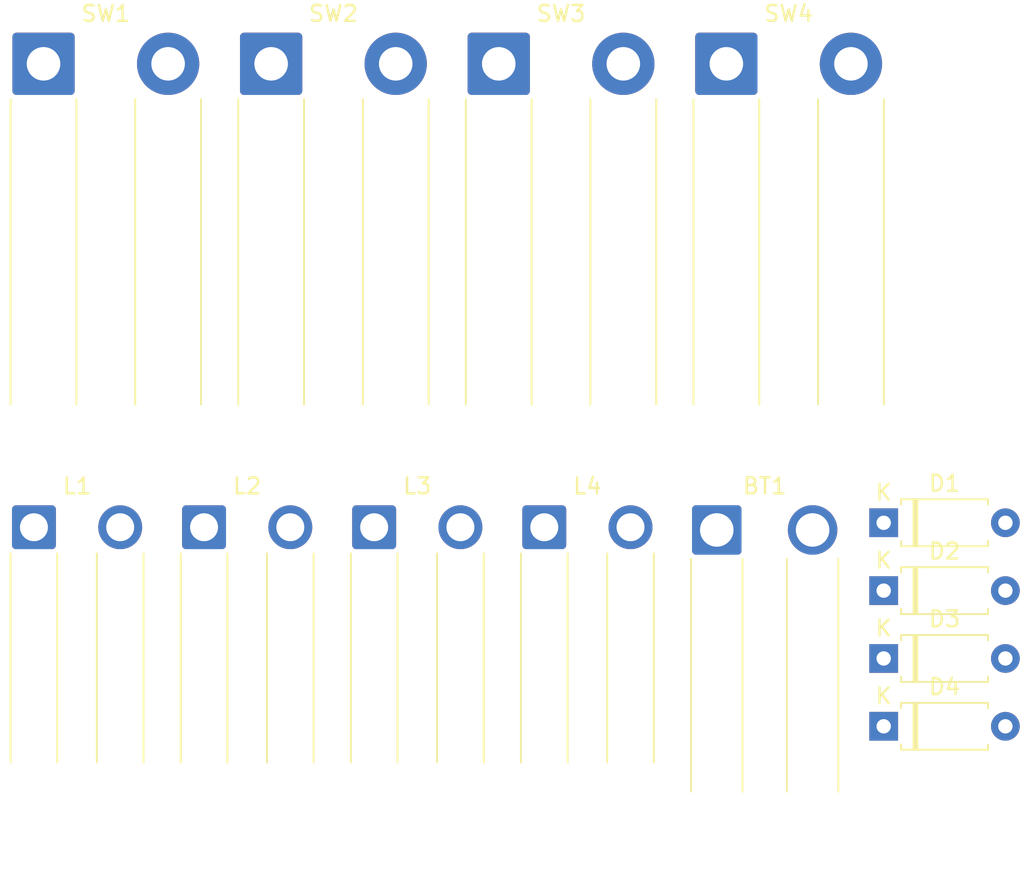
<source format=kicad_pcb>
(kicad_pcb (version 20221018) (generator pcbnew)
  (layers (0 "F.Cu" signal) (31 "B.Cu" signal) (34 "B.Paste" user) (35 "F.Paste" user) (36 "B.SilkS" user "B.Silkscreen") (37 "F.SilkS" user "F.Silkscreen") (38 "B.Mask" user) (39 "F.Mask" user) (44 "Edge.Cuts" user))
  (net 0 "")
  (net 1 "Net-(BT1-+)")
  (net 2 "GND")
  (net 3 "Net-(D1-K)")
  (net 4 "Net-(D2-K)")
  (net 5 "Net-(D3-K)")
  (net 6 "Net-(D4-K)")
  (footprint "Connector_Wire:SolderWire-1sqmm_1x02_P5.4mm_D1.4mm_OD2.7mm_Relief" (layer "F.Cu") (at 55.9 56.72)
    (fp_text reference "L3" (at 2.7 -2.58) (layer "F.SilkS"))
    (fp_text value "L")
    (fp_line (start -1.46 1.635) (end -1.46 14.74) (stroke (width 0.12)) (layer "F.SilkS"))
    (fp_line (start 1.46 1.635) (end 1.46 14.74) (stroke (width 0.12)) (layer "F.SilkS"))
    (fp_line (start 3.94 1.635) (end 3.94 14.74) (stroke (width 0.12)) (layer "F.SilkS"))
    (fp_line (start 6.86 1.635) (end 6.86 14.74) (stroke (width 0.12)) (layer "F.SilkS"))
    (pad "" np_thru_hole circle (at 0 16.2) (size 3.2 3.2) (drill 3.2) (layers "*.Cu" "*.Mask"))
    (pad "" np_thru_hole circle (at 5.4 16.2) (size 3.2 3.2) (drill 3.2) (layers "*.Cu" "*.Mask"))
    (pad "1" thru_hole roundrect (at 0 0) (size 2.75 2.75) (drill 1.75) (layers "*.Cu" "*.Mask") (roundrect_rratio 0.090909) (net 5 "Net-(D3-K)"))
    (pad "2" thru_hole circle (at 5.4 0) (size 2.75 2.75) (drill 1.75) (layers "*.Cu" "*.Mask") (net 2 "GND"))
  )
  (footprint "Connector_Wire:SolderWire-1sqmm_1x02_P5.4mm_D1.4mm_OD2.7mm_Relief" (layer "F.Cu") (at 34.6 56.72)
    (fp_text reference "L1" (at 2.7 -2.58) (layer "F.SilkS"))
    (fp_text value "L")
    (fp_line (start -1.46 1.635) (end -1.46 14.74) (stroke (width 0.12)) (layer "F.SilkS"))
    (fp_line (start 1.46 1.635) (end 1.46 14.74) (stroke (width 0.12)) (layer "F.SilkS"))
    (fp_line (start 3.94 1.635) (end 3.94 14.74) (stroke (width 0.12)) (layer "F.SilkS"))
    (fp_line (start 6.86 1.635) (end 6.86 14.74) (stroke (width 0.12)) (layer "F.SilkS"))
    (pad "" np_thru_hole circle (at 0 16.2) (size 3.2 3.2) (drill 3.2) (layers "*.Cu" "*.Mask"))
    (pad "" np_thru_hole circle (at 5.4 16.2) (size 3.2 3.2) (drill 3.2) (layers "*.Cu" "*.Mask"))
    (pad "1" thru_hole roundrect (at 0 0) (size 2.75 2.75) (drill 1.75) (layers "*.Cu" "*.Mask") (roundrect_rratio 0.090909) (net 3 "Net-(D1-K)"))
    (pad "2" thru_hole circle (at 5.4 0) (size 2.75 2.75) (drill 1.75) (layers "*.Cu" "*.Mask") (net 2 "GND"))
  )
  (footprint "Diode_THT:D_A-405_P7.62mm_Horizontal" (layer "F.Cu") (at 87.8 56.44)
    (fp_text reference "D1" (at 3.81 -2.47) (layer "F.SilkS"))
    (fp_text value "D")
    (fp_text user "K" (at 0 -1.9) (layer "F.SilkS"))
    (fp_line (start 1.09 -1.47) (end 6.53 -1.47) (stroke (width 0.12)) (layer "F.SilkS"))
    (fp_line (start 1.09 -1.14) (end 1.09 -1.47) (stroke (width 0.12)) (layer "F.SilkS"))
    (fp_line (start 1.09 1.14) (end 1.09 1.47) (stroke (width 0.12)) (layer "F.SilkS"))
    (fp_line (start 1.09 1.47) (end 6.53 1.47) (stroke (width 0.12)) (layer "F.SilkS"))
    (fp_line (start 1.87 -1.47) (end 1.87 1.47) (stroke (width 0.12)) (layer "F.SilkS"))
    (fp_line (start 1.99 -1.47) (end 1.99 1.47) (stroke (width 0.12)) (layer "F.SilkS"))
    (fp_line (start 2.11 -1.47) (end 2.11 1.47) (stroke (width 0.12)) (layer "F.SilkS"))
    (fp_line (start 6.53 -1.47) (end 6.53 -1.14) (stroke (width 0.12)) (layer "F.SilkS"))
    (fp_line (start 6.53 1.47) (end 6.53 1.14) (stroke (width 0.12)) (layer "F.SilkS"))
    (pad "1" thru_hole rect (at 0 0) (size 1.8 1.8) (drill 0.9) (layers "*.Cu" "*.Mask") (net 3 "Net-(D1-K)"))
    (pad "2" thru_hole oval (at 7.62 0) (size 1.8 1.8) (drill 0.9) (layers "*.Cu" "*.Mask") (net 2 "GND"))
  )
  (footprint "Diode_THT:D_A-405_P7.62mm_Horizontal" (layer "F.Cu") (at 87.8 64.94)
    (fp_text reference "D3" (at 3.81 -2.47) (layer "F.SilkS"))
    (fp_text value "D")
    (fp_text user "K" (at 0 -1.9) (layer "F.SilkS"))
    (fp_line (start 1.09 -1.47) (end 6.53 -1.47) (stroke (width 0.12)) (layer "F.SilkS"))
    (fp_line (start 1.09 -1.14) (end 1.09 -1.47) (stroke (width 0.12)) (layer "F.SilkS"))
    (fp_line (start 1.09 1.14) (end 1.09 1.47) (stroke (width 0.12)) (layer "F.SilkS"))
    (fp_line (start 1.09 1.47) (end 6.53 1.47) (stroke (width 0.12)) (layer "F.SilkS"))
    (fp_line (start 1.87 -1.47) (end 1.87 1.47) (stroke (width 0.12)) (layer "F.SilkS"))
    (fp_line (start 1.99 -1.47) (end 1.99 1.47) (stroke (width 0.12)) (layer "F.SilkS"))
    (fp_line (start 2.11 -1.47) (end 2.11 1.47) (stroke (width 0.12)) (layer "F.SilkS"))
    (fp_line (start 6.53 -1.47) (end 6.53 -1.14) (stroke (width 0.12)) (layer "F.SilkS"))
    (fp_line (start 6.53 1.47) (end 6.53 1.14) (stroke (width 0.12)) (layer "F.SilkS"))
    (pad "1" thru_hole rect (at 0 0) (size 1.8 1.8) (drill 0.9) (layers "*.Cu" "*.Mask") (net 5 "Net-(D3-K)"))
    (pad "2" thru_hole oval (at 7.62 0) (size 1.8 1.8) (drill 0.9) (layers "*.Cu" "*.Mask") (net 2 "GND"))
  )
  (footprint "Connector_Wire:SolderWire-1.5sqmm_1x02_P7.8mm_D1.7mm_OD3.9mm_Relief" (layer "F.Cu") (at 49.45 27.69)
    (fp_text reference "SW2" (at 3.9 -3.15) (layer "F.SilkS"))
    (fp_text value "SOL_SW")
    (fp_line (start -2.06 2.21) (end -2.06 21.34) (stroke (width 0.12)) (layer "F.SilkS"))
    (fp_line (start 2.06 2.21) (end 2.06 21.34) (stroke (width 0.12)) (layer "F.SilkS"))
    (fp_line (start 5.74 2.21) (end 5.74 21.34) (stroke (width 0.12)) (layer "F.SilkS"))
    (fp_line (start 9.86 2.21) (end 9.86 21.34) (stroke (width 0.12)) (layer "F.SilkS"))
    (pad "" np_thru_hole circle (at 0 23.4) (size 4.4 4.4) (drill 4.4) (layers "*.Cu" "*.Mask"))
    (pad "" np_thru_hole circle (at 7.8 23.4) (size 4.4 4.4) (drill 4.4) (layers "*.Cu" "*.Mask"))
    (pad "1" thru_hole roundrect (at 0 0) (size 3.9 3.9) (drill 2.1) (layers "*.Cu" "*.Mask") (roundrect_rratio 0.064103) (net 1 "Net-(BT1-+)"))
    (pad "2" thru_hole circle (at 7.8 0) (size 3.9 3.9) (drill 2.1) (layers "*.Cu" "*.Mask") (net 4 "Net-(D2-K)"))
  )
  (footprint "Connector_Wire:SolderWire-1sqmm_1x02_P5.4mm_D1.4mm_OD2.7mm_Relief" (layer "F.Cu") (at 66.55 56.72)
    (fp_text reference "L4" (at 2.7 -2.58) (layer "F.SilkS"))
    (fp_text value "L")
    (fp_line (start -1.46 1.635) (end -1.46 14.74) (stroke (width 0.12)) (layer "F.SilkS"))
    (fp_line (start 1.46 1.635) (end 1.46 14.74) (stroke (width 0.12)) (layer "F.SilkS"))
    (fp_line (start 3.94 1.635) (end 3.94 14.74) (stroke (width 0.12)) (layer "F.SilkS"))
    (fp_line (start 6.86 1.635) (end 6.86 14.74) (stroke (width 0.12)) (layer "F.SilkS"))
    (pad "" np_thru_hole circle (at 0 16.2) (size 3.2 3.2) (drill 3.2) (layers "*.Cu" "*.Mask"))
    (pad "" np_thru_hole circle (at 5.4 16.2) (size 3.2 3.2) (drill 3.2) (layers "*.Cu" "*.Mask"))
    (pad "1" thru_hole roundrect (at 0 0) (size 2.75 2.75) (drill 1.75) (layers "*.Cu" "*.Mask") (roundrect_rratio 0.090909) (net 6 "Net-(D4-K)"))
    (pad "2" thru_hole circle (at 5.4 0) (size 2.75 2.75) (drill 1.75) (layers "*.Cu" "*.Mask") (net 2 "GND"))
  )
  (footprint "Connector_Wire:SolderWire-1.5sqmm_1x02_P7.8mm_D1.7mm_OD3.9mm_Relief" (layer "F.Cu") (at 63.7 27.69)
    (fp_text reference "SW3" (at 3.9 -3.15) (layer "F.SilkS"))
    (fp_text value "SOL_SW")
    (fp_line (start -2.06 2.21) (end -2.06 21.34) (stroke (width 0.12)) (layer "F.SilkS"))
    (fp_line (start 2.06 2.21) (end 2.06 21.34) (stroke (width 0.12)) (layer "F.SilkS"))
    (fp_line (start 5.74 2.21) (end 5.74 21.34) (stroke (width 0.12)) (layer "F.SilkS"))
    (fp_line (start 9.86 2.21) (end 9.86 21.34) (stroke (width 0.12)) (layer "F.SilkS"))
    (pad "" np_thru_hole circle (at 0 23.4) (size 4.4 4.4) (drill 4.4) (layers "*.Cu" "*.Mask"))
    (pad "" np_thru_hole circle (at 7.8 23.4) (size 4.4 4.4) (drill 4.4) (layers "*.Cu" "*.Mask"))
    (pad "1" thru_hole roundrect (at 0 0) (size 3.9 3.9) (drill 2.1) (layers "*.Cu" "*.Mask") (roundrect_rratio 0.064103) (net 1 "Net-(BT1-+)"))
    (pad "2" thru_hole circle (at 7.8 0) (size 3.9 3.9) (drill 2.1) (layers "*.Cu" "*.Mask") (net 5 "Net-(D3-K)"))
  )
  (footprint "Connector_Wire:SolderWire-1sqmm_1x02_P5.4mm_D1.4mm_OD2.7mm_Relief" (layer "F.Cu") (at 45.25 56.72)
    (fp_text reference "L2" (at 2.7 -2.58) (layer "F.SilkS"))
    (fp_text value "L")
    (fp_line (start -1.46 1.635) (end -1.46 14.74) (stroke (width 0.12)) (layer "F.SilkS"))
    (fp_line (start 1.46 1.635) (end 1.46 14.74) (stroke (width 0.12)) (layer "F.SilkS"))
    (fp_line (start 3.94 1.635) (end 3.94 14.74) (stroke (width 0.12)) (layer "F.SilkS"))
    (fp_line (start 6.86 1.635) (end 6.86 14.74) (stroke (width 0.12)) (layer "F.SilkS"))
    (pad "" np_thru_hole circle (at 0 16.2) (size 3.2 3.2) (drill 3.2) (layers "*.Cu" "*.Mask"))
    (pad "" np_thru_hole circle (at 5.4 16.2) (size 3.2 3.2) (drill 3.2) (layers "*.Cu" "*.Mask"))
    (pad "1" thru_hole roundrect (at 0 0) (size 2.75 2.75) (drill 1.75) (layers "*.Cu" "*.Mask") (roundrect_rratio 0.090909) (net 4 "Net-(D2-K)"))
    (pad "2" thru_hole circle (at 5.4 0) (size 2.75 2.75) (drill 1.75) (layers "*.Cu" "*.Mask") (net 2 "GND"))
  )
  (footprint "Connector_Wire:SolderWire-1.5sqmm_1x02_P6mm_D1.7mm_OD3mm_Relief" (layer "F.Cu") (at 77.35 56.89)
    (fp_text reference "BT1" (at 3 -2.75) (layer "F.SilkS"))
    (fp_text value "24V+")
    (fp_line (start -1.61 1.81) (end -1.61 16.39) (stroke (width 0.12)) (layer "F.SilkS"))
    (fp_line (start 1.61 1.81) (end 1.61 16.39) (stroke (width 0.12)) (layer "F.SilkS"))
    (fp_line (start 4.39 1.81) (end 4.39 16.39) (stroke (width 0.12)) (layer "F.SilkS"))
    (fp_line (start 7.61 1.81) (end 7.61 16.39) (stroke (width 0.12)) (layer "F.SilkS"))
    (pad "" np_thru_hole circle (at 0 18) (size 3.5 3.5) (drill 3.5) (layers "*.Cu" "*.Mask"))
    (pad "" np_thru_hole circle (at 6 18) (size 3.5 3.5) (drill 3.5) (layers "*.Cu" "*.Mask"))
    (pad "1" thru_hole roundrect (at 0 0) (size 3.1 3.1) (drill 2.1) (layers "*.Cu" "*.Mask") (roundrect_rratio 0.080645) (net 1 "Net-(BT1-+)"))
    (pad "2" thru_hole circle (at 6 0) (size 3.1 3.1) (drill 2.1) (layers "*.Cu" "*.Mask") (net 2 "GND"))
  )
  (footprint "Diode_THT:D_A-405_P7.62mm_Horizontal" (layer "F.Cu") (at 87.8 69.19)
    (fp_text reference "D4" (at 3.81 -2.47) (layer "F.SilkS"))
    (fp_text value "D")
    (fp_text user "K" (at 0 -1.9) (layer "F.SilkS"))
    (fp_line (start 1.09 -1.47) (end 6.53 -1.47) (stroke (width 0.12)) (layer "F.SilkS"))
    (fp_line (start 1.09 -1.14) (end 1.09 -1.47) (stroke (width 0.12)) (layer "F.SilkS"))
    (fp_line (start 1.09 1.14) (end 1.09 1.47) (stroke (width 0.12)) (layer "F.SilkS"))
    (fp_line (start 1.09 1.47) (end 6.53 1.47) (stroke (width 0.12)) (layer "F.SilkS"))
    (fp_line (start 1.87 -1.47) (end 1.87 1.47) (stroke (width 0.12)) (layer "F.SilkS"))
    (fp_line (start 1.99 -1.47) (end 1.99 1.47) (stroke (width 0.12)) (layer "F.SilkS"))
    (fp_line (start 2.11 -1.47) (end 2.11 1.47) (stroke (width 0.12)) (layer "F.SilkS"))
    (fp_line (start 6.53 -1.47) (end 6.53 -1.14) (stroke (width 0.12)) (layer "F.SilkS"))
    (fp_line (start 6.53 1.47) (end 6.53 1.14) (stroke (width 0.12)) (layer "F.SilkS"))
    (pad "1" thru_hole rect (at 0 0) (size 1.8 1.8) (drill 0.9) (layers "*.Cu" "*.Mask") (net 6 "Net-(D4-K)"))
    (pad "2" thru_hole oval (at 7.62 0) (size 1.8 1.8) (drill 0.9) (layers "*.Cu" "*.Mask") (net 2 "GND"))
  )
  (footprint "Diode_THT:D_A-405_P7.62mm_Horizontal" (layer "F.Cu") (at 87.8 60.69)
    (fp_text reference "D2" (at 3.81 -2.47) (layer "F.SilkS"))
    (fp_text value "D")
    (fp_text user "K" (at 0 -1.9) (layer "F.SilkS"))
    (fp_line (start 1.09 -1.47) (end 6.53 -1.47) (stroke (width 0.12)) (layer "F.SilkS"))
    (fp_line (start 1.09 -1.14) (end 1.09 -1.47) (stroke (width 0.12)) (layer "F.SilkS"))
    (fp_line (start 1.09 1.14) (end 1.09 1.47) (stroke (width 0.12)) (layer "F.SilkS"))
    (fp_line (start 1.09 1.47) (end 6.53 1.47) (stroke (width 0.12)) (layer "F.SilkS"))
    (fp_line (start 1.87 -1.47) (end 1.87 1.47) (stroke (width 0.12)) (layer "F.SilkS"))
    (fp_line (start 1.99 -1.47) (end 1.99 1.47) (stroke (width 0.12)) (layer "F.SilkS"))
    (fp_line (start 2.11 -1.47) (end 2.11 1.47) (stroke (width 0.12)) (layer "F.SilkS"))
    (fp_line (start 6.53 -1.47) (end 6.53 -1.14) (stroke (width 0.12)) (layer "F.SilkS"))
    (fp_line (start 6.53 1.47) (end 6.53 1.14) (stroke (width 0.12)) (layer "F.SilkS"))
    (pad "1" thru_hole rect (at 0 0) (size 1.8 1.8) (drill 0.9) (layers "*.Cu" "*.Mask") (net 4 "Net-(D2-K)"))
    (pad "2" thru_hole oval (at 7.62 0) (size 1.8 1.8) (drill 0.9) (layers "*.Cu" "*.Mask") (net 2 "GND"))
  )
  (footprint "Connector_Wire:SolderWire-1.5sqmm_1x02_P7.8mm_D1.7mm_OD3.9mm_Relief" (layer "F.Cu") (at 35.2 27.69)
    (fp_text reference "SW1" (at 3.9 -3.15) (layer "F.SilkS"))
    (fp_text value "SOL_SW")
    (fp_line (start -2.06 2.21) (end -2.06 21.34) (stroke (width 0.12)) (layer "F.SilkS"))
    (fp_line (start 2.06 2.21) (end 2.06 21.34) (stroke (width 0.12)) (layer "F.SilkS"))
    (fp_line (start 5.74 2.21) (end 5.74 21.34) (stroke (width 0.12)) (layer "F.SilkS"))
    (fp_line (start 9.86 2.21) (end 9.86 21.34) (stroke (width 0.12)) (layer "F.SilkS"))
    (pad "" np_thru_hole circle (at 0 23.4) (size 4.4 4.4) (drill 4.4) (layers "*.Cu" "*.Mask"))
    (pad "" np_thru_hole circle (at 7.8 23.4) (size 4.4 4.4) (drill 4.4) (layers "*.Cu" "*.Mask"))
    (pad "1" thru_hole roundrect (at 0 0) (size 3.9 3.9) (drill 2.1) (layers "*.Cu" "*.Mask") (roundrect_rratio 0.064103) (net 1 "Net-(BT1-+)"))
    (pad "2" thru_hole circle (at 7.8 0) (size 3.9 3.9) (drill 2.1) (layers "*.Cu" "*.Mask") (net 3 "Net-(D1-K)"))
  )
  (footprint "Connector_Wire:SolderWire-1.5sqmm_1x02_P7.8mm_D1.7mm_OD3.9mm_Relief" (layer "F.Cu") (at 77.95 27.69)
    (fp_text reference "SW4" (at 3.9 -3.15) (layer "F.SilkS"))
    (fp_text value "SOL_SW")
    (fp_line (start -2.06 2.21) (end -2.06 21.34) (stroke (width 0.12)) (layer "F.SilkS"))
    (fp_line (start 2.06 2.21) (end 2.06 21.34) (stroke (width 0.12)) (layer "F.SilkS"))
    (fp_line (start 5.74 2.21) (end 5.74 21.34) (stroke (width 0.12)) (layer "F.SilkS"))
    (fp_line (start 9.86 2.21) (end 9.86 21.34) (stroke (width 0.12)) (layer "F.SilkS"))
    (pad "" np_thru_hole circle (at 0 23.4) (size 4.4 4.4) (drill 4.4) (layers "*.Cu" "*.Mask"))
    (pad "" np_thru_hole circle (at 7.8 23.4) (size 4.4 4.4) (drill 4.4) (layers "*.Cu" "*.Mask"))
    (pad "1" thru_hole roundrect (at 0 0) (size 3.9 3.9) (drill 2.1) (layers "*.Cu" "*.Mask") (roundrect_rratio 0.064103) (net 1 "Net-(BT1-+)"))
    (pad "2" thru_hole circle (at 7.8 0) (size 3.9 3.9) (drill 2.1) (layers "*.Cu" "*.Mask") (net 6 "Net-(D4-K)"))
  )
)
</source>
